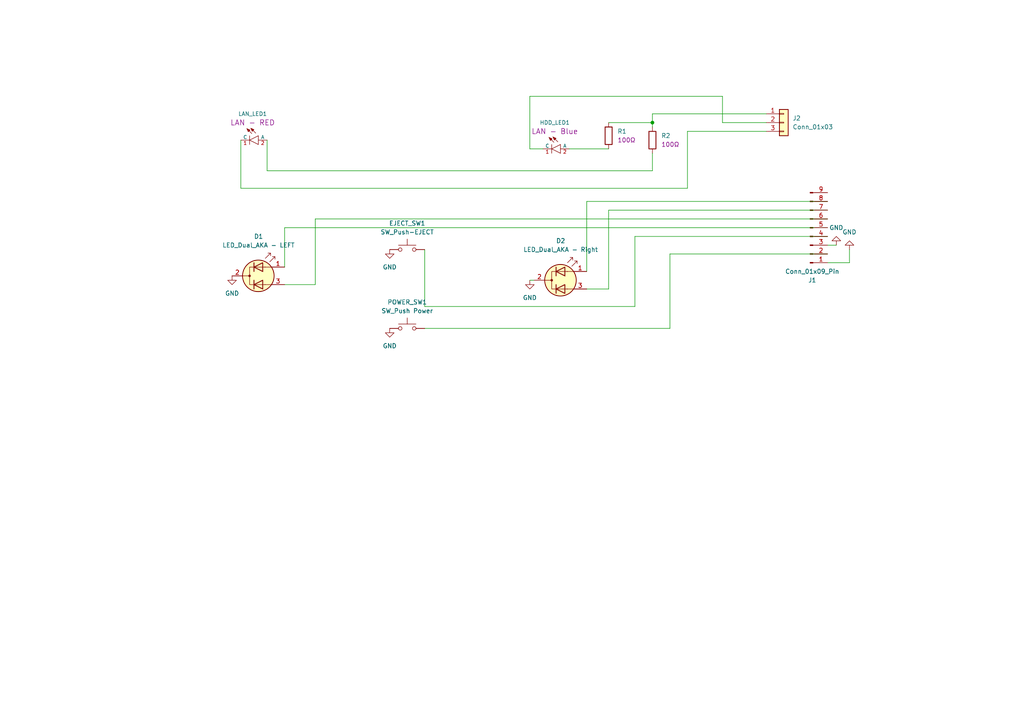
<source format=kicad_sch>
(kicad_sch (version 20230121) (generator eeschema)
  (paper "A4")
  (lib_symbols
    (symbol "Connector:Conn_01x09_Pin" (pin_names (offset 1.016) hide)
      (property "Reference" "J" (at 0 12.7 0))
      (property "Value" "Conn_01x09_Pin" (at 0 -12.7 0))
      (symbol "Conn_01x09_Pin_1_1"
        (polyline (pts (xy 1.27 -10.16) (xy 0.8636 -10.16)) (stroke (width 0.1524)))
        (polyline (pts (xy 1.27 -7.62) (xy 0.8636 -7.62)) (stroke (width 0.1524)))
        (polyline (pts (xy 1.27 -5.08) (xy 0.8636 -5.08)) (stroke (width 0.1524)))
        (polyline (pts (xy 1.27 -2.54) (xy 0.8636 -2.54)) (stroke (width 0.1524)))
        (polyline (pts (xy 1.27 0) (xy 0.8636 0)) (stroke (width 0.1524)))
        (polyline (pts (xy 1.27 2.54) (xy 0.8636 2.54)) (stroke (width 0.1524)))
        (polyline (pts (xy 1.27 5.08) (xy 0.8636 5.08)) (stroke (width 0.1524)))
        (polyline (pts (xy 1.27 7.62) (xy 0.8636 7.62)) (stroke (width 0.1524)))
        (polyline (pts (xy 1.27 10.16) (xy 0.8636 10.16)) (stroke (width 0.1524)))
        (rectangle (start 0.8636 -10.033) (end 0 -10.287) (stroke (width 0.1524)) (fill (type outline)))
        (rectangle (start 0.8636 -7.493) (end 0 -7.747) (stroke (width 0.1524)) (fill (type outline)))
        (rectangle (start 0.8636 -4.953) (end 0 -5.207) (stroke (width 0.1524)) (fill (type outline)))
        (rectangle (start 0.8636 -2.413) (end 0 -2.667) (stroke (width 0.1524)) (fill (type outline)))
        (rectangle (start 0.8636 0.127) (end 0 -0.127) (stroke (width 0.1524)) (fill (type outline)))
        (rectangle (start 0.8636 2.667) (end 0 2.413) (stroke (width 0.1524)) (fill (type outline)))
        (rectangle (start 0.8636 5.207) (end 0 4.953) (stroke (width 0.1524)) (fill (type outline)))
        (rectangle (start 0.8636 7.747) (end 0 7.493) (stroke (width 0.1524)) (fill (type outline)))
        (rectangle (start 0.8636 10.287) (end 0 10.033) (stroke (width 0.1524)) (fill (type outline)))
        (pin passive line (at 5.08 10.16 180) (length 3.81) (name "Pin_1") (number "1"))
        (pin passive line (at 5.08 7.62 180) (length 3.81) (name "Pin_2") (number "2"))
        (pin passive line (at 5.08 5.08 180) (length 3.81) (name "Pin_3") (number "3"))
        (pin passive line (at 5.08 2.54 180) (length 3.81) (name "Pin_4") (number "4"))
        (pin passive line (at 5.08 0 180) (length 3.81) (name "Pin_5") (number "5"))
        (pin passive line (at 5.08 -2.54 180) (length 3.81) (name "Pin_6") (number "6"))
        (pin passive line (at 5.08 -5.08 180) (length 3.81) (name "Pin_7") (number "7"))
        (pin passive line (at 5.08 -7.62 180) (length 3.81) (name "Pin_8") (number "8"))
        (pin passive line (at 5.08 -10.16 180) (length 3.81) (name "Pin_9") (number "9"))
      )
    )
    (symbol "Connector_Generic:Conn_01x03" (pin_names (offset 1.016) hide)
      (property "Reference" "J" (at 0 5.08 0))
      (property "Value" "Conn_01x03" (at 0 -5.08 0))
      (symbol "Conn_01x03_1_1"
        (rectangle (start -1.27 -2.413) (end 0 -2.667) (stroke (width 0.1524)))
        (rectangle (start -1.27 0.127) (end 0 -0.127) (stroke (width 0.1524)))
        (rectangle (start -1.27 2.667) (end 0 2.413) (stroke (width 0.1524)))
        (rectangle (start -1.27 3.81) (end 1.27 -3.81) (stroke (width 0.254)) (fill (type background)))
        (pin passive line (at -5.08 2.54 0) (length 3.81) (name "Pin_1") (number "1"))
        (pin passive line (at -5.08 0 0) (length 3.81) (name "Pin_2") (number "2"))
        (pin passive line (at -5.08 -2.54 0) (length 3.81) (name "Pin_3") (number "3"))
      )
    )
    (symbol "Device:LED_Dual_AKA" (pin_names (offset 0) hide)
      (property "Reference" "D" (at 0 5.715 0))
      (property "Value" "LED_Dual_AKA" (at 0 -6.35 0))
      (symbol "LED_Dual_AKA_0_1"
        (circle (center -2.54 0) (radius 0.2794) (fill (type outline)))
        (polyline (pts (xy -4.572 0) (xy -2.54 0)))
        (polyline (pts (xy -1.27 -1.27) (xy -1.27 -3.81)) (stroke (width 0.254)))
        (polyline (pts (xy -1.27 1.27) (xy -1.27 3.81)) (stroke (width 0.254)))
        (polyline (pts (xy 3.81 -2.54) (xy 1.905 -2.54)))
        (polyline (pts (xy 3.81 2.54) (xy 1.905 2.54)))
        (polyline (pts (xy 1.27 -3.81) (xy 1.27 -1.27) (xy -1.27 -2.54) (xy 1.27 -3.81)) (stroke (width 0.254)))
        (polyline (pts (xy 1.27 1.27) (xy 1.27 3.81) (xy -1.27 2.54) (xy 1.27 1.27)) (stroke (width 0.254)))
        (polyline (pts (xy 2.032 2.54) (xy -2.54 2.54) (xy -2.54 -2.54) (xy 2.032 -2.54)))
        (polyline (pts (xy 2.032 5.08) (xy 3.556 6.604) (xy 2.794 6.604) (xy 3.556 6.604) (xy 3.556 5.842)))
        (polyline (pts (xy 3.302 4.064) (xy 4.826 5.588) (xy 4.064 5.588) (xy 4.826 5.588) (xy 4.826 4.826)))
        (circle (center 0 0) (radius 4.572) (stroke (width 0.254)) (fill (type background)))
      )
      (symbol "LED_Dual_AKA_1_1"
        (pin input line (at 7.62 2.54 180) (length 3.81) (name "A1") (number "1"))
        (pin input line (at -7.62 0 0) (length 3.048) (name "K") (number "2"))
        (pin input line (at 7.62 -2.54 180) (length 3.81) (name "A2") (number "3"))
      )
    )
    (symbol "PCM_4ms_LED:Blue_56mcd_0603" (pin_names (offset 0))
      (property "Reference" "LED" (at -1.27 -5.08 0))
      (property "Display" "Blue" (at 0 -2.54 0))
      (symbol "Blue_56mcd_0603_1_0"
        (polyline (pts (xy 0 -1.27) (xy 0 0)))
        (polyline (pts (xy 0 0) (xy 0 1.27)))
        (polyline (pts (xy 0 0) (xy 2.54 1.27)))
        (polyline (pts (xy 0.635 1.905) (xy -0.762 3.302)))
        (polyline (pts (xy 1.778 2.032) (xy 0.381 3.429)))
        (polyline (pts (xy 2.54 -1.27) (xy 0 0)))
        (polyline (pts (xy 2.54 -1.27) (xy 2.54 1.27)))
      )
      (symbol "Blue_56mcd_0603_1_1"
        (polyline (pts (xy -0.762 3.302) (xy 0.127 2.921) (xy 0.127 2.921) (xy -0.381 2.413) (xy -0.381 2.413) (xy -0.762 3.302)) (fill (type outline)))
        (polyline (pts (xy 0.381 3.429) (xy 1.27 3.048) (xy 1.27 3.048) (xy 0.762 2.54) (xy 0.762 2.54) (xy 0.381 3.429)) (fill (type outline)))
        (pin passive line (at -2.54 0 0) (length 2.54) (name "C") (number "1"))
        (pin passive line (at 5.08 0 180) (length 2.54) (name "A") (number "2"))
      )
    )
    (symbol "PCM_4ms_LED:Red_100mcd_0603" (pin_names (offset 0))
      (property "Reference" "LED" (at -1.27 -5.08 0))
      (property "Display" "Red" (at 0 -2.54 0))
      (symbol "Red_100mcd_0603_1_0"
        (polyline (pts (xy 0 -1.27) (xy 0 0)))
        (polyline (pts (xy 0 0) (xy 0 1.27)))
        (polyline (pts (xy 0 0) (xy 2.54 1.27)))
        (polyline (pts (xy 0.635 1.905) (xy -0.762 3.302)))
        (polyline (pts (xy 1.778 2.032) (xy 0.381 3.429)))
        (polyline (pts (xy 2.54 -1.27) (xy 0 0)))
        (polyline (pts (xy 2.54 -1.27) (xy 2.54 1.27)))
      )
      (symbol "Red_100mcd_0603_1_1"
        (polyline (pts (xy -0.762 3.302) (xy 0.127 2.921) (xy 0.127 2.921) (xy -0.381 2.413) (xy -0.381 2.413) (xy -0.762 3.302)) (fill (type outline)))
        (polyline (pts (xy 0.381 3.429) (xy 1.27 3.048) (xy 1.27 3.048) (xy 0.762 2.54) (xy 0.762 2.54) (xy 0.381 3.429)) (fill (type outline)))
        (pin passive line (at -2.54 0 0) (length 2.54) (name "C") (number "1"))
        (pin passive line (at 5.08 0 180) (length 2.54) (name "A") (number "2"))
      )
    )
    (symbol "PCM_4ms_Resistor:100_0603" (pin_numbers hide) (pin_names (offset 0))
      (property "Reference" "R" (at 2.032 0 90))
      (property "Display" "100Ω" (at 3.81 0 90))
      (symbol "100_0603_0_1"
        (rectangle (start -1.016 -2.54) (end 1.016 2.54) (stroke (width 0.254)))
      )
      (symbol "100_0603_1_1"
        (pin passive line (at 0 3.81 270) (length 1.27) (name "~") (number "1"))
        (pin passive line (at 0 -3.81 90) (length 1.27) (name "~") (number "2"))
      )
    )
    (symbol "Switch:SW_Push" (pin_numbers hide) (pin_names (offset 1.016) hide)
      (property "Reference" "SW" (at 1.27 2.54 0))
      (property "Value" "SW_Push" (at 0 -1.524 0))
      (symbol "SW_Push_0_1"
        (circle (center -2.032 0) (radius 0.508))
        (polyline (pts (xy 0 1.27) (xy 0 3.048)))
        (polyline (pts (xy 2.54 1.27) (xy -2.54 1.27)))
        (circle (center 2.032 0) (radius 0.508))
        (pin passive line (at -5.08 0 0) (length 2.54) (name "1") (number "1"))
        (pin passive line (at 5.08 0 180) (length 2.54) (name "2") (number "2"))
      )
    )
    (symbol "power:GND" (power) (pin_names (offset 0))
      (property "Value" "GND" (at 0 -3.81 0))
      (symbol "GND_0_1"
        (polyline (pts (xy 0 0) (xy 0 -1.27) (xy 1.27 -1.27) (xy 0 -2.54) (xy -1.27 -1.27) (xy 0 -1.27)))
      )
      (symbol "GND_1_1"
        (pin power_in line (at 0 0 270) (length 0) hide (name "GND") (number "1"))
      )
    )
  )
  (junction (at 189.23 35.56))
  (wire (pts (xy 91.44 63.5) (xy 91.44 82.55)))
  (wire (pts (xy 240.03 68.58) (xy 184.15 68.58)))
  (wire (pts (xy 69.85 54.61) (xy 69.85 40.64)))
  (wire (pts (xy 209.55 27.94) (xy 209.55 35.56)))
  (wire (pts (xy 209.55 27.94) (xy 153.67 27.94)))
  (wire (pts (xy 153.67 81.28) (xy 154.94 81.28)))
  (wire (pts (xy 153.67 43.18) (xy 157.48 43.18)))
  (wire (pts (xy 240.03 58.42) (xy 170.18 58.42)))
  (wire (pts (xy 240.03 76.2) (xy 246.38 76.2)))
  (wire (pts (xy 189.23 33.02) (xy 189.23 35.56)))
  (wire (pts (xy 222.25 33.02) (xy 189.23 33.02)))
  (wire (pts (xy 176.53 60.96) (xy 240.03 60.96)))
  (wire (pts (xy 91.44 82.55) (xy 82.55 82.55)))
  (wire (pts (xy 194.31 73.66) (xy 194.31 95.25)))
  (wire (pts (xy 176.53 83.82) (xy 170.18 83.82)))
  (wire (pts (xy 199.39 54.61) (xy 69.85 54.61)))
  (wire (pts (xy 240.03 73.66) (xy 194.31 73.66)))
  (wire (pts (xy 199.39 38.1) (xy 222.25 38.1)))
  (wire (pts (xy 165.1 43.18) (xy 176.53 43.18)))
  (wire (pts (xy 199.39 38.1) (xy 199.39 54.61)))
  (wire (pts (xy 240.03 66.04) (xy 82.55 66.04)))
  (wire (pts (xy 194.31 95.25) (xy 123.19 95.25)))
  (wire (pts (xy 82.55 66.04) (xy 82.55 77.47)))
  (wire (pts (xy 170.18 58.42) (xy 170.18 78.74)))
  (wire (pts (xy 176.53 35.56) (xy 189.23 35.56)))
  (wire (pts (xy 189.23 35.56) (xy 189.23 36.83)))
  (wire (pts (xy 189.23 49.53) (xy 77.47 49.53)))
  (wire (pts (xy 222.25 35.56) (xy 209.55 35.56)))
  (wire (pts (xy 176.53 60.96) (xy 176.53 83.82)))
  (wire (pts (xy 184.15 88.9) (xy 123.19 88.9)))
  (wire (pts (xy 77.47 40.64) (xy 77.47 49.53)))
  (wire (pts (xy 153.67 27.94) (xy 153.67 43.18)))
  (wire (pts (xy 246.38 72.39) (xy 246.38 76.2)))
  (wire (pts (xy 240.03 63.5) (xy 91.44 63.5)))
  (wire (pts (xy 240.03 71.12) (xy 242.57 71.12)))
  (wire (pts (xy 123.19 88.9) (xy 123.19 72.39)))
  (wire (pts (xy 184.15 68.58) (xy 184.15 88.9)))
  (wire (pts (xy 189.23 44.45) (xy 189.23 49.53)))
  (symbol (lib_id "power:GND") (at 242.57 71.12 0) (mirror x) (unit 1)
    (property "Reference" "#PWR01" (effects hide))
    (property "Value" "GND" (at 242.57 66.04 0))
  )
  (symbol (lib_id "power:GND") (at 113.03 72.39 0) (unit 1)
    (property "Reference" "#PWR03" (effects hide))
    (property "Value" "GND" (at 113.03 77.47 0))
  )
  (symbol (lib_id "Connector_Generic:Conn_01x03") (at 227.33 35.56 0) (unit 1)
    (property "Reference" "J2" (at 229.87 34.29 0) (effects (justify left)))
    (property "Value" "Conn_01x03" (at 229.87 36.83 0) (effects (justify left)))
    (property "Footprint" "Connector_PinHeader_2.00mm:PinHeader_1x03_P2.00mm_Vertical" (effects hide))
  )
  (symbol (lib_id "Switch:SW_Push") (at 118.11 95.25 0) (unit 1)
    (property "Reference" "POWER_SW1" (at 118.11 87.63 0))
    (property "Value" "SW_Push Power" (at 118.11 90.17 0))
    (property "Footprint" "Button_Switch_THT:SW_PUSH_6mm_H4.3mm" (effects hide))
  )
  (symbol (lib_id "power:GND") (at 153.67 81.28 0) (unit 1)
    (property "Reference" "#PWR05" (effects hide))
    (property "Value" "GND" (at 153.67 86.36 0))
  )
  (symbol (lib_id "PCM_4ms_LED:Blue_56mcd_0603") (at 160.02 43.18 0) (unit 1)
    (property "Reference" "HDD_LED1" (at 160.909 35.56 0) (effects (font (size 1.143 1.143))))
    (property "Value" "Blue_56mcd_0603" (effects hide))
    (property "Footprint" "LED_SMD:LED_0603_1608Metric" (effects hide))
    (property "Specifications" "Blue 470nm 0603, >40mcd@20mA" (effects hide))
    (property "Manufacturer" "Inolux" (effects hide))
    (property "Part Number" "IN-S63AT5B" (effects hide))
    (property "Display" "LAN - Blue" (at 160.909 38.1 0) (effects (font (size 1.524 1.524))))
    (property "Manufacturer 2" "Kingbright" (effects hide))
    (property "Part Number 2" "APT1608QBC/D" (effects hide))
  )
  (symbol (lib_id "power:GND") (at 67.31 80.01 0) (unit 1)
    (property "Reference" "#PWR04" (effects hide))
    (property "Value" "GND" (at 67.31 85.09 0))
  )
  (symbol (lib_id "Switch:SW_Push") (at 118.11 72.39 0) (unit 1)
    (property "Reference" "EJECT_SW1" (at 118.11 64.77 0))
    (property "Value" "SW_Push-EJECT" (at 118.11 67.31 0))
    (property "Footprint" "Button_Switch_THT:SW_PUSH_6mm_H4.3mm" (effects hide))
  )
  (symbol (lib_id "Device:LED_Dual_AKA") (at 162.56 81.28 0) (unit 1)
    (property "Reference" "D2" (at 162.6235 69.85 0))
    (property "Value" "LED_Dual_AKA - Right" (at 162.6235 72.39 0))
    (property "Footprint" "LED_THT:LED_D3.0mm-3" (effects hide))
  )
  (symbol (lib_id "Device:LED_Dual_AKA") (at 74.93 80.01 0) (unit 1)
    (property "Reference" "D1" (at 74.9935 68.58 0))
    (property "Value" "LED_Dual_AKA - LEFT" (at 74.9935 71.12 0))
    (property "Footprint" "LED_THT:LED_D3.0mm-3" (effects hide))
  )
  (symbol (lib_id "power:GND") (at 246.38 72.39 0) (mirror x) (unit 1)
    (property "Reference" "#PWR06" (effects hide))
    (property "Value" "GND" (at 246.38 67.31 0))
  )
  (symbol (lib_id "power:GND") (at 113.03 95.25 0) (unit 1)
    (property "Reference" "#PWR02" (effects hide))
    (property "Value" "GND" (at 113.03 100.33 0))
  )
  (symbol (lib_id "PCM_4ms_Resistor:100_0603") (at 176.53 39.37 0) (unit 1)
    (property "Reference" "R1" (at 179.07 38.1 0) (effects (justify left)))
    (property "Value" "100_0603" (effects hide))
    (property "Footprint" "Resistor_SMD:R_0603_1608Metric_Pad0.98x0.95mm_HandSolder" (effects hide))
    (property "Specifications" "100Ω, 1%, 1/10W, 0603" (effects hide))
    (property "Manufacturer" "Yageo" (effects hide))
    (property "Part Number" "RC0603FR-07100RL" (effects hide))
    (property "Display" "100Ω" (at 179.07 40.64 0) (effects (justify left)))
    (property "JLCPCB ID" "C22775" (effects hide))
  )
  (symbol (lib_id "PCM_4ms_Resistor:100_0603") (at 189.23 40.64 0) (unit 1)
    (property "Reference" "R2" (at 191.77 39.37 0) (effects (justify left)))
    (property "Value" "100_0603" (effects hide))
    (property "Footprint" "Resistor_SMD:R_0603_1608Metric_Pad0.98x0.95mm_HandSolder" (effects hide))
    (property "Specifications" "100Ω, 1%, 1/10W, 0603" (effects hide))
    (property "Manufacturer" "Yageo" (effects hide))
    (property "Part Number" "RC0603FR-07100RL" (effects hide))
    (property "Display" "100Ω" (at 191.77 41.91 0) (effects (justify left)))
    (property "JLCPCB ID" "C22775" (effects hide))
  )
  (symbol (lib_id "PCM_4ms_LED:Red_100mcd_0603") (at 72.39 40.64 0) (unit 1)
    (property "Reference" "LAN_LED1" (at 73.279 33.02 0) (effects (font (size 1.143 1.143))))
    (property "Value" "Red_100mcd_0603" (effects hide))
    (property "Footprint" "LED_SMD:LED_0603_1608Metric" (effects hide))
    (property "Specifications" "LED Red 0603 Lum>=100mcd @ 20mA" (effects hide))
    (property "Manufacturer" "Kingbright" (effects hide))
    (property "Part Number" "AP1608SRCPRV" (effects hide))
    (property "Display" "LAN - RED" (at 73.279 35.56 0) (effects (font (size 1.524 1.524))))
    (property "Manufacturer 2" "Inolux" (effects hide))
    (property "Part Number 2" "IN-S63BTR" (effects hide))
    (property "Manufacturer 3" "Kingbright" (effects hide))
    (property "Part Number 3" "AP1608SURCK" (effects hide))
    (property "Manufacturer 4" "OSRAM Opto" (effects hide))
    (property "Part Number 4" "LS Q976-NR-1" (effects hide))
  )
  (symbol (lib_id "Connector:Conn_01x09_Pin") (at 234.95 66.04 0) (mirror x) (unit 1)
    (property "Reference" "J1" (at 235.585 81.28 0))
    (property "Value" "Conn_01x09_Pin" (at 235.585 78.74 0))
    (property "Footprint" "Connector_PinHeader_2.00mm:PinHeader_1x09_P2.00mm_Vertical" (effects hide))
  )
)
</source>
